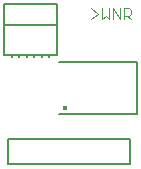
<source format=gto>
G75*
%MOIN*%
%OFA0B0*%
%FSLAX25Y25*%
%IPPOS*%
%LPD*%
%AMOC8*
5,1,8,0,0,1.08239X$1,22.5*
%
%ADD10C,0.00300*%
%ADD11C,0.00500*%
%ADD12C,0.01761*%
D10*
X0043139Y0051244D02*
X0045566Y0053064D01*
X0043139Y0054884D01*
X0046764Y0054884D02*
X0046764Y0051244D01*
X0047978Y0052457D01*
X0049191Y0051244D01*
X0049191Y0054884D01*
X0050389Y0054884D02*
X0052816Y0051244D01*
X0052816Y0054884D01*
X0054015Y0054884D02*
X0055835Y0054884D01*
X0056441Y0054277D01*
X0056441Y0053064D01*
X0055835Y0052457D01*
X0054015Y0052457D01*
X0054015Y0051244D02*
X0054015Y0054884D01*
X0055228Y0052457D02*
X0056441Y0051244D01*
X0050389Y0051244D02*
X0050389Y0054884D01*
D11*
X0055996Y0002942D02*
X0015406Y0002942D01*
X0015406Y0011446D01*
X0055996Y0011446D01*
X0055996Y0002942D01*
X0058540Y0019768D02*
X0032556Y0019768D01*
X0032556Y0037091D02*
X0058540Y0037091D01*
X0058540Y0019768D01*
X0031676Y0039266D02*
X0029176Y0039266D01*
X0026676Y0039266D01*
X0026676Y0038816D01*
X0026676Y0039266D02*
X0024176Y0039266D01*
X0024176Y0038816D01*
X0024176Y0039266D02*
X0021676Y0039266D01*
X0021676Y0038816D01*
X0021676Y0039266D02*
X0019176Y0039266D01*
X0016676Y0039266D01*
X0014176Y0039266D01*
X0014176Y0049266D01*
X0031676Y0049266D01*
X0031676Y0039266D01*
X0029176Y0039266D02*
X0029176Y0038816D01*
X0019176Y0038816D02*
X0019176Y0039266D01*
X0016676Y0039266D02*
X0016676Y0038816D01*
X0014176Y0049266D02*
X0014176Y0056266D01*
X0031676Y0056266D01*
X0031676Y0049266D01*
D12*
X0034525Y0021737D03*
M02*

</source>
